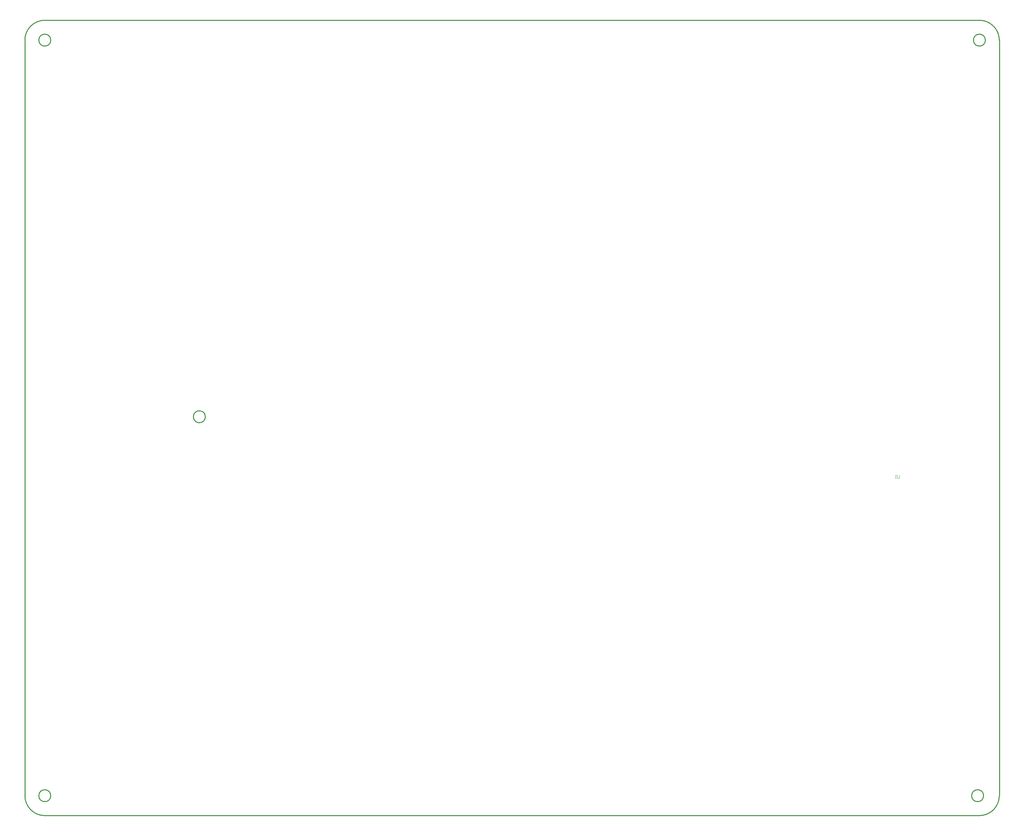
<source format=gbr>
%TF.GenerationSoftware,Altium Limited,Altium Designer,21.6.4 (81)*%
G04 Layer_Color=16711935*
%FSLAX43Y43*%
%MOMM*%
%TF.SameCoordinates,B094594F-E5AE-4C03-B854-EF891E02AD71*%
%TF.FilePolarity,Positive*%
%TF.FileFunction,Other,Mechanical_1*%
%TF.Part,Single*%
G01*
G75*
%TA.AperFunction,NonConductor*%
%ADD130C,0.254*%
%ADD207C,0.100*%
D130*
X241050Y5000D02*
G03*
X241050Y5000I-1500J0D01*
G01*
X240000Y-0D02*
G03*
X245000Y5000I0J5000D01*
G01*
X241500Y195000D02*
G03*
X241500Y195000I-1500J0D01*
G01*
X6500Y5000D02*
G03*
X6500Y5000I-1500J0D01*
G01*
X45368Y100300D02*
G03*
X45368Y100300I-1500J0D01*
G01*
X6500Y195000D02*
G03*
X6500Y195000I-1500J0D01*
G01*
X5000Y200000D02*
G03*
X-0Y195000I0J-5000D01*
G01*
Y5000D02*
G03*
X5000Y-0I5000J0D01*
G01*
X245000Y195000D02*
G03*
X240027Y200000I-5000J0D01*
G01*
X5000Y-0D02*
X240000Y0D01*
X-0Y194914D02*
X0Y4914D01*
X5000Y200000D02*
X240027Y200000D01*
X245000Y5115D02*
X245000Y195115D01*
D207*
X219926Y85644D02*
Y84977D01*
X219793Y84844D01*
X219526D01*
X219393Y84977D01*
Y85644D01*
X219126Y84844D02*
X218860D01*
X218993D01*
Y85644D01*
X219126Y85510D01*
%TF.MD5,3eec583dd55cc770a52f9670a755b1a9*%
M02*

</source>
